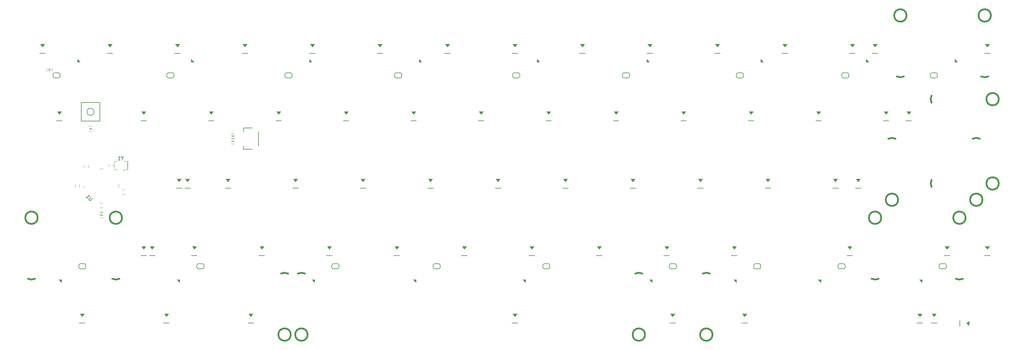
<source format=gbr>
%TF.GenerationSoftware,KiCad,Pcbnew,(5.1.11)-1*%
%TF.CreationDate,2022-08-27T18:46:52+07:00*%
%TF.ProjectId,Eclipse60,45636c69-7073-4653-9630-2e6b69636164,rev?*%
%TF.SameCoordinates,Original*%
%TF.FileFunction,Legend,Bot*%
%TF.FilePolarity,Positive*%
%FSLAX46Y46*%
G04 Gerber Fmt 4.6, Leading zero omitted, Abs format (unit mm)*
G04 Created by KiCad (PCBNEW (5.1.11)-1) date 2022-08-27 18:46:52*
%MOMM*%
%LPD*%
G01*
G04 APERTURE LIST*
%ADD10C,0.150000*%
%ADD11C,0.100000*%
%ADD12C,0.500000*%
%ADD13C,0.120000*%
G04 APERTURE END LIST*
D10*
%TO.C,D16*%
X218275000Y-118000000D02*
X219875000Y-118000000D01*
D11*
G36*
X219075000Y-116200000D02*
G01*
X219675000Y-115400000D01*
X218475000Y-115400000D01*
X219075000Y-116200000D01*
G37*
X219075000Y-116200000D02*
X219675000Y-115400000D01*
X218475000Y-115400000D01*
X219075000Y-116200000D01*
D12*
%TO.C,MX84*%
X311153750Y-54768750D02*
G75*
G03*
X311153750Y-54768750I-1750000J0D01*
G01*
X311153750Y-78581250D02*
G75*
G03*
X311153750Y-78581250I-1750000J0D01*
G01*
X292163225Y-53769801D02*
G75*
G03*
X292163750Y-55768750I2000525J-998949D01*
G01*
X292163225Y-77582301D02*
G75*
G03*
X292163750Y-79581250I2000525J-998949D01*
G01*
%TO.C,MX45*%
X282737500Y-83185000D02*
G75*
G03*
X282737500Y-83185000I-1750000J0D01*
G01*
X306550000Y-83185000D02*
G75*
G03*
X306550000Y-83185000I-1750000J0D01*
G01*
X281986449Y-65944475D02*
G75*
G03*
X279987500Y-65945000I-998949J-2000525D01*
G01*
X305798949Y-65944475D02*
G75*
G03*
X303800000Y-65945000I-998949J-2000525D01*
G01*
%TO.C,MX79*%
X116050000Y-121285000D02*
G75*
G03*
X116050000Y-121285000I-1750000J0D01*
G01*
X230350000Y-121285000D02*
G75*
G03*
X230350000Y-121285000I-1750000J0D01*
G01*
X229598949Y-104044475D02*
G75*
G03*
X227600000Y-104045000I-998949J-2000525D01*
G01*
X115298949Y-104044475D02*
G75*
G03*
X113300000Y-104045000I-998949J-2000525D01*
G01*
D11*
%TO.C,R5*%
X43325000Y-46284375D02*
X42925000Y-46184375D01*
X42925000Y-46384375D02*
X43325000Y-46284375D01*
X43325000Y-46484375D02*
X42925000Y-46384375D01*
X42925000Y-46584375D02*
X43325000Y-46484375D01*
X42925000Y-46784375D02*
X43325000Y-46684375D01*
X43325000Y-46684375D02*
X42925000Y-46584375D01*
X42925000Y-46184375D02*
X43325000Y-46084375D01*
D13*
X42425000Y-46859375D02*
X42425000Y-46009375D01*
X43825000Y-46859375D02*
X43825000Y-46009375D01*
D11*
%TO.C,D72*%
G36*
X301975000Y-118100000D02*
G01*
X302775000Y-118700000D01*
X302775000Y-117500000D01*
X301975000Y-118100000D01*
G37*
X301975000Y-118100000D02*
X302775000Y-118700000D01*
X302775000Y-117500000D01*
X301975000Y-118100000D01*
D10*
X300175000Y-117300000D02*
X300175000Y-118900000D01*
D11*
%TO.C,D70*%
G36*
X292893750Y-116200000D02*
G01*
X293493750Y-115400000D01*
X292293750Y-115400000D01*
X292893750Y-116200000D01*
G37*
X292893750Y-116200000D02*
X293493750Y-115400000D01*
X292293750Y-115400000D01*
X292893750Y-116200000D01*
D10*
X292093750Y-118000000D02*
X293693750Y-118000000D01*
D11*
%TO.C,D69*%
G36*
X174549000Y-116200000D02*
G01*
X175149000Y-115400000D01*
X173949000Y-115400000D01*
X174549000Y-116200000D01*
G37*
X174549000Y-116200000D02*
X175149000Y-115400000D01*
X173949000Y-115400000D01*
X174549000Y-116200000D01*
D10*
X173749000Y-118000000D02*
X175349000Y-118000000D01*
D11*
%TO.C,D68*%
G36*
X239395000Y-116200000D02*
G01*
X239995000Y-115400000D01*
X238795000Y-115400000D01*
X239395000Y-116200000D01*
G37*
X239395000Y-116200000D02*
X239995000Y-115400000D01*
X238795000Y-115400000D01*
X239395000Y-116200000D01*
D10*
X238595000Y-118000000D02*
X240195000Y-118000000D01*
D11*
%TO.C,D67*%
G36*
X100012500Y-116200000D02*
G01*
X100612500Y-115400000D01*
X99412500Y-115400000D01*
X100012500Y-116200000D01*
G37*
X100012500Y-116200000D02*
X100612500Y-115400000D01*
X99412500Y-115400000D01*
X100012500Y-116200000D01*
D10*
X99212500Y-118000000D02*
X100812500Y-118000000D01*
D11*
%TO.C,D66*%
G36*
X76200000Y-116200000D02*
G01*
X76800000Y-115400000D01*
X75600000Y-115400000D01*
X76200000Y-116200000D01*
G37*
X76200000Y-116200000D02*
X76800000Y-115400000D01*
X75600000Y-115400000D01*
X76200000Y-116200000D01*
D10*
X75400000Y-118000000D02*
X77000000Y-118000000D01*
D11*
%TO.C,D65*%
G36*
X52387500Y-116200000D02*
G01*
X52987500Y-115400000D01*
X51787500Y-115400000D01*
X52387500Y-116200000D01*
G37*
X52387500Y-116200000D02*
X52987500Y-115400000D01*
X51787500Y-115400000D01*
X52387500Y-116200000D01*
D10*
X51587500Y-118000000D02*
X53187500Y-118000000D01*
D11*
%TO.C,D63*%
G36*
X307899000Y-97150000D02*
G01*
X308499000Y-96350000D01*
X307299000Y-96350000D01*
X307899000Y-97150000D01*
G37*
X307899000Y-97150000D02*
X308499000Y-96350000D01*
X307299000Y-96350000D01*
X307899000Y-97150000D01*
D10*
X307099000Y-98950000D02*
X308699000Y-98950000D01*
D11*
%TO.C,D30*%
G36*
X285750000Y-59050000D02*
G01*
X286350000Y-58250000D01*
X285150000Y-58250000D01*
X285750000Y-59050000D01*
G37*
X285750000Y-59050000D02*
X286350000Y-58250000D01*
X285150000Y-58250000D01*
X285750000Y-59050000D01*
D10*
X284950000Y-60850000D02*
X286550000Y-60850000D01*
%TO.C,SW1*%
X52168750Y-60940625D02*
X57368750Y-60940625D01*
X57368750Y-60940625D02*
X57368750Y-55740625D01*
X57368750Y-55740625D02*
X52168750Y-55740625D01*
X52168750Y-55740625D02*
X52168750Y-60940625D01*
X55768750Y-58340625D02*
G75*
G03*
X55768750Y-58340625I-1000000J0D01*
G01*
D13*
%TO.C,R4*%
X54343750Y-63803125D02*
X55193750Y-63803125D01*
X54343750Y-62403125D02*
X55193750Y-62403125D01*
D11*
X55018750Y-62903125D02*
X55118750Y-63303125D01*
X54518750Y-63303125D02*
X54618750Y-62903125D01*
X54418750Y-62903125D02*
X54518750Y-63303125D01*
X54618750Y-62903125D02*
X54718750Y-63303125D01*
X54718750Y-63303125D02*
X54818750Y-62903125D01*
X54818750Y-62903125D02*
X54918750Y-63303125D01*
X54918750Y-63303125D02*
X55018750Y-62903125D01*
D10*
%TO.C,RGB18*%
X294843750Y-102734375D02*
X295843750Y-102734375D01*
X296343750Y-102234375D02*
X296343750Y-101734375D01*
X295843750Y-101234375D02*
X294843750Y-101234375D01*
X294343750Y-101734375D02*
X294343750Y-102234375D01*
D11*
G36*
X288693750Y-105784375D02*
G01*
X289493750Y-105784375D01*
X289493750Y-106584375D01*
X288693750Y-105784375D01*
G37*
X288693750Y-105784375D02*
X289493750Y-105784375D01*
X289493750Y-106584375D01*
X288693750Y-105784375D01*
D10*
X295843750Y-102734375D02*
G75*
G03*
X296343750Y-102234375I0J500000D01*
G01*
X294343750Y-102234375D02*
G75*
G03*
X294843750Y-102734375I500000J0D01*
G01*
X294843750Y-101234375D02*
G75*
G03*
X294343750Y-101734375I0J-500000D01*
G01*
X296343750Y-101734375D02*
G75*
G03*
X295843750Y-101234375I-500000J0D01*
G01*
%TO.C,RGB17*%
X266268750Y-102734375D02*
X267268750Y-102734375D01*
X267768750Y-102234375D02*
X267768750Y-101734375D01*
X267268750Y-101234375D02*
X266268750Y-101234375D01*
X265768750Y-101734375D02*
X265768750Y-102234375D01*
D11*
G36*
X260118750Y-105784375D02*
G01*
X260918750Y-105784375D01*
X260918750Y-106584375D01*
X260118750Y-105784375D01*
G37*
X260118750Y-105784375D02*
X260918750Y-105784375D01*
X260918750Y-106584375D01*
X260118750Y-105784375D01*
D10*
X267268750Y-102734375D02*
G75*
G03*
X267768750Y-102234375I0J500000D01*
G01*
X265768750Y-102234375D02*
G75*
G03*
X266268750Y-102734375I500000J0D01*
G01*
X266268750Y-101234375D02*
G75*
G03*
X265768750Y-101734375I0J-500000D01*
G01*
X267768750Y-101734375D02*
G75*
G03*
X267268750Y-101234375I-500000J0D01*
G01*
%TO.C,RGB16*%
X242456250Y-102734375D02*
X243456250Y-102734375D01*
X243956250Y-102234375D02*
X243956250Y-101734375D01*
X243456250Y-101234375D02*
X242456250Y-101234375D01*
X241956250Y-101734375D02*
X241956250Y-102234375D01*
D11*
G36*
X236306250Y-105784375D02*
G01*
X237106250Y-105784375D01*
X237106250Y-106584375D01*
X236306250Y-105784375D01*
G37*
X236306250Y-105784375D02*
X237106250Y-105784375D01*
X237106250Y-106584375D01*
X236306250Y-105784375D01*
D10*
X243456250Y-102734375D02*
G75*
G03*
X243956250Y-102234375I0J500000D01*
G01*
X241956250Y-102234375D02*
G75*
G03*
X242456250Y-102734375I500000J0D01*
G01*
X242456250Y-101234375D02*
G75*
G03*
X241956250Y-101734375I0J-500000D01*
G01*
X243956250Y-101734375D02*
G75*
G03*
X243456250Y-101234375I-500000J0D01*
G01*
%TO.C,RGB15*%
X218643750Y-102734375D02*
X219643750Y-102734375D01*
X220143750Y-102234375D02*
X220143750Y-101734375D01*
X219643750Y-101234375D02*
X218643750Y-101234375D01*
X218143750Y-101734375D02*
X218143750Y-102234375D01*
D11*
G36*
X212493750Y-105784375D02*
G01*
X213293750Y-105784375D01*
X213293750Y-106584375D01*
X212493750Y-105784375D01*
G37*
X212493750Y-105784375D02*
X213293750Y-105784375D01*
X213293750Y-106584375D01*
X212493750Y-105784375D01*
D10*
X219643750Y-102734375D02*
G75*
G03*
X220143750Y-102234375I0J500000D01*
G01*
X218143750Y-102234375D02*
G75*
G03*
X218643750Y-102734375I500000J0D01*
G01*
X218643750Y-101234375D02*
G75*
G03*
X218143750Y-101734375I0J-500000D01*
G01*
X220143750Y-101734375D02*
G75*
G03*
X219643750Y-101234375I-500000J0D01*
G01*
%TO.C,RGB14*%
X182925000Y-102734375D02*
X183925000Y-102734375D01*
X184425000Y-102234375D02*
X184425000Y-101734375D01*
X183925000Y-101234375D02*
X182925000Y-101234375D01*
X182425000Y-101734375D02*
X182425000Y-102234375D01*
D11*
G36*
X176775000Y-105784375D02*
G01*
X177575000Y-105784375D01*
X177575000Y-106584375D01*
X176775000Y-105784375D01*
G37*
X176775000Y-105784375D02*
X177575000Y-105784375D01*
X177575000Y-106584375D01*
X176775000Y-105784375D01*
D10*
X183925000Y-102734375D02*
G75*
G03*
X184425000Y-102234375I0J500000D01*
G01*
X182425000Y-102234375D02*
G75*
G03*
X182925000Y-102734375I500000J0D01*
G01*
X182925000Y-101234375D02*
G75*
G03*
X182425000Y-101734375I0J-500000D01*
G01*
X184425000Y-101734375D02*
G75*
G03*
X183925000Y-101234375I-500000J0D01*
G01*
%TO.C,RGB13*%
X151968750Y-102734375D02*
X152968750Y-102734375D01*
X153468750Y-102234375D02*
X153468750Y-101734375D01*
X152968750Y-101234375D02*
X151968750Y-101234375D01*
X151468750Y-101734375D02*
X151468750Y-102234375D01*
D11*
G36*
X145818750Y-105784375D02*
G01*
X146618750Y-105784375D01*
X146618750Y-106584375D01*
X145818750Y-105784375D01*
G37*
X145818750Y-105784375D02*
X146618750Y-105784375D01*
X146618750Y-106584375D01*
X145818750Y-105784375D01*
D10*
X152968750Y-102734375D02*
G75*
G03*
X153468750Y-102234375I0J500000D01*
G01*
X151468750Y-102234375D02*
G75*
G03*
X151968750Y-102734375I500000J0D01*
G01*
X151968750Y-101234375D02*
G75*
G03*
X151468750Y-101734375I0J-500000D01*
G01*
X153468750Y-101734375D02*
G75*
G03*
X152968750Y-101234375I-500000J0D01*
G01*
%TO.C,RGB12*%
X123393750Y-102734375D02*
X124393750Y-102734375D01*
X124893750Y-102234375D02*
X124893750Y-101734375D01*
X124393750Y-101234375D02*
X123393750Y-101234375D01*
X122893750Y-101734375D02*
X122893750Y-102234375D01*
D11*
G36*
X117243750Y-105784375D02*
G01*
X118043750Y-105784375D01*
X118043750Y-106584375D01*
X117243750Y-105784375D01*
G37*
X117243750Y-105784375D02*
X118043750Y-105784375D01*
X118043750Y-106584375D01*
X117243750Y-105784375D01*
D10*
X124393750Y-102734375D02*
G75*
G03*
X124893750Y-102234375I0J500000D01*
G01*
X122893750Y-102234375D02*
G75*
G03*
X123393750Y-102734375I500000J0D01*
G01*
X123393750Y-101234375D02*
G75*
G03*
X122893750Y-101734375I0J-500000D01*
G01*
X124893750Y-101734375D02*
G75*
G03*
X124393750Y-101234375I-500000J0D01*
G01*
%TO.C,RGB11*%
X85293750Y-102734375D02*
X86293750Y-102734375D01*
X86793750Y-102234375D02*
X86793750Y-101734375D01*
X86293750Y-101234375D02*
X85293750Y-101234375D01*
X84793750Y-101734375D02*
X84793750Y-102234375D01*
D11*
G36*
X79143750Y-105784375D02*
G01*
X79943750Y-105784375D01*
X79943750Y-106584375D01*
X79143750Y-105784375D01*
G37*
X79143750Y-105784375D02*
X79943750Y-105784375D01*
X79943750Y-106584375D01*
X79143750Y-105784375D01*
D10*
X86293750Y-102734375D02*
G75*
G03*
X86793750Y-102234375I0J500000D01*
G01*
X84793750Y-102234375D02*
G75*
G03*
X85293750Y-102734375I500000J0D01*
G01*
X85293750Y-101234375D02*
G75*
G03*
X84793750Y-101734375I0J-500000D01*
G01*
X86793750Y-101734375D02*
G75*
G03*
X86293750Y-101234375I-500000J0D01*
G01*
%TO.C,RGB10*%
X51956250Y-102734375D02*
X52956250Y-102734375D01*
X53456250Y-102234375D02*
X53456250Y-101734375D01*
X52956250Y-101234375D02*
X51956250Y-101234375D01*
X51456250Y-101734375D02*
X51456250Y-102234375D01*
D11*
G36*
X45806250Y-105784375D02*
G01*
X46606250Y-105784375D01*
X46606250Y-106584375D01*
X45806250Y-105784375D01*
G37*
X45806250Y-105784375D02*
X46606250Y-105784375D01*
X46606250Y-106584375D01*
X45806250Y-105784375D01*
D10*
X52956250Y-102734375D02*
G75*
G03*
X53456250Y-102234375I0J500000D01*
G01*
X51456250Y-102234375D02*
G75*
G03*
X51956250Y-102734375I500000J0D01*
G01*
X51956250Y-101234375D02*
G75*
G03*
X51456250Y-101734375I0J-500000D01*
G01*
X53456250Y-101734375D02*
G75*
G03*
X52956250Y-101234375I-500000J0D01*
G01*
D12*
%TO.C,MX76*%
X301787500Y-88265000D02*
G75*
G03*
X301787500Y-88265000I-1750000J0D01*
G01*
X277975000Y-88265000D02*
G75*
G03*
X277975000Y-88265000I-1750000J0D01*
G01*
X275226051Y-105505525D02*
G75*
G03*
X277225000Y-105505000I998949J2000525D01*
G01*
X299038551Y-105505525D02*
G75*
G03*
X301037500Y-105505000I998949J2000525D01*
G01*
%TO.C,MX46*%
X285118750Y-31115000D02*
G75*
G03*
X285118750Y-31115000I-1750000J0D01*
G01*
X308931250Y-31115000D02*
G75*
G03*
X308931250Y-31115000I-1750000J0D01*
G01*
X306182301Y-48355525D02*
G75*
G03*
X308181250Y-48355000I998949J2000525D01*
G01*
X282369801Y-48355525D02*
G75*
G03*
X284368750Y-48355000I998949J2000525D01*
G01*
D10*
%TO.C,RGB9*%
X293325000Y-47284375D02*
X292325000Y-47284375D01*
X291825000Y-47784375D02*
X291825000Y-48284375D01*
X292325000Y-48784375D02*
X293325000Y-48784375D01*
X293825000Y-48284375D02*
X293825000Y-47784375D01*
D11*
G36*
X299475000Y-44234375D02*
G01*
X298675000Y-44234375D01*
X298675000Y-43434375D01*
X299475000Y-44234375D01*
G37*
X299475000Y-44234375D02*
X298675000Y-44234375D01*
X298675000Y-43434375D01*
X299475000Y-44234375D01*
D10*
X291825000Y-48284375D02*
G75*
G03*
X292325000Y-48784375I500000J0D01*
G01*
X293325000Y-48784375D02*
G75*
G03*
X293825000Y-48284375I0J500000D01*
G01*
X293825000Y-47784375D02*
G75*
G03*
X293325000Y-47284375I-500000J0D01*
G01*
X292325000Y-47284375D02*
G75*
G03*
X291825000Y-47784375I0J-500000D01*
G01*
%TO.C,RGB8*%
X268321875Y-47284375D02*
X267321875Y-47284375D01*
X266821875Y-47784375D02*
X266821875Y-48284375D01*
X267321875Y-48784375D02*
X268321875Y-48784375D01*
X268821875Y-48284375D02*
X268821875Y-47784375D01*
D11*
G36*
X274471875Y-44234375D02*
G01*
X273671875Y-44234375D01*
X273671875Y-43434375D01*
X274471875Y-44234375D01*
G37*
X274471875Y-44234375D02*
X273671875Y-44234375D01*
X273671875Y-43434375D01*
X274471875Y-44234375D01*
D10*
X266821875Y-48284375D02*
G75*
G03*
X267321875Y-48784375I500000J0D01*
G01*
X268321875Y-48784375D02*
G75*
G03*
X268821875Y-48284375I0J500000D01*
G01*
X268821875Y-47784375D02*
G75*
G03*
X268321875Y-47284375I-500000J0D01*
G01*
X267321875Y-47284375D02*
G75*
G03*
X266821875Y-47784375I0J-500000D01*
G01*
%TO.C,RGB7*%
X238556250Y-47284375D02*
X237556250Y-47284375D01*
X237056250Y-47784375D02*
X237056250Y-48284375D01*
X237556250Y-48784375D02*
X238556250Y-48784375D01*
X239056250Y-48284375D02*
X239056250Y-47784375D01*
D11*
G36*
X244706250Y-44234375D02*
G01*
X243906250Y-44234375D01*
X243906250Y-43434375D01*
X244706250Y-44234375D01*
G37*
X244706250Y-44234375D02*
X243906250Y-44234375D01*
X243906250Y-43434375D01*
X244706250Y-44234375D01*
D10*
X237056250Y-48284375D02*
G75*
G03*
X237556250Y-48784375I500000J0D01*
G01*
X238556250Y-48784375D02*
G75*
G03*
X239056250Y-48284375I0J500000D01*
G01*
X239056250Y-47784375D02*
G75*
G03*
X238556250Y-47284375I-500000J0D01*
G01*
X237556250Y-47284375D02*
G75*
G03*
X237056250Y-47784375I0J-500000D01*
G01*
%TO.C,RGB6*%
X206409375Y-47284375D02*
X205409375Y-47284375D01*
X204909375Y-47784375D02*
X204909375Y-48284375D01*
X205409375Y-48784375D02*
X206409375Y-48784375D01*
X206909375Y-48284375D02*
X206909375Y-47784375D01*
D11*
G36*
X212559375Y-44234375D02*
G01*
X211759375Y-44234375D01*
X211759375Y-43434375D01*
X212559375Y-44234375D01*
G37*
X212559375Y-44234375D02*
X211759375Y-44234375D01*
X211759375Y-43434375D01*
X212559375Y-44234375D01*
D10*
X204909375Y-48284375D02*
G75*
G03*
X205409375Y-48784375I500000J0D01*
G01*
X206409375Y-48784375D02*
G75*
G03*
X206909375Y-48284375I0J500000D01*
G01*
X206909375Y-47784375D02*
G75*
G03*
X206409375Y-47284375I-500000J0D01*
G01*
X205409375Y-47284375D02*
G75*
G03*
X204909375Y-47784375I0J-500000D01*
G01*
%TO.C,RGB5*%
X175453125Y-47284375D02*
X174453125Y-47284375D01*
X173953125Y-47784375D02*
X173953125Y-48284375D01*
X174453125Y-48784375D02*
X175453125Y-48784375D01*
X175953125Y-48284375D02*
X175953125Y-47784375D01*
D11*
G36*
X181603125Y-44234375D02*
G01*
X180803125Y-44234375D01*
X180803125Y-43434375D01*
X181603125Y-44234375D01*
G37*
X181603125Y-44234375D02*
X180803125Y-44234375D01*
X180803125Y-43434375D01*
X181603125Y-44234375D01*
D10*
X173953125Y-48284375D02*
G75*
G03*
X174453125Y-48784375I500000J0D01*
G01*
X175453125Y-48784375D02*
G75*
G03*
X175953125Y-48284375I0J500000D01*
G01*
X175953125Y-47784375D02*
G75*
G03*
X175453125Y-47284375I-500000J0D01*
G01*
X174453125Y-47284375D02*
G75*
G03*
X173953125Y-47784375I0J-500000D01*
G01*
%TO.C,RGB4*%
X142115625Y-47284375D02*
X141115625Y-47284375D01*
X140615625Y-47784375D02*
X140615625Y-48284375D01*
X141115625Y-48784375D02*
X142115625Y-48784375D01*
X142615625Y-48284375D02*
X142615625Y-47784375D01*
D11*
G36*
X148265625Y-44234375D02*
G01*
X147465625Y-44234375D01*
X147465625Y-43434375D01*
X148265625Y-44234375D01*
G37*
X148265625Y-44234375D02*
X147465625Y-44234375D01*
X147465625Y-43434375D01*
X148265625Y-44234375D01*
D10*
X140615625Y-48284375D02*
G75*
G03*
X141115625Y-48784375I500000J0D01*
G01*
X142115625Y-48784375D02*
G75*
G03*
X142615625Y-48284375I0J500000D01*
G01*
X142615625Y-47784375D02*
G75*
G03*
X142115625Y-47284375I-500000J0D01*
G01*
X141115625Y-47284375D02*
G75*
G03*
X140615625Y-47784375I0J-500000D01*
G01*
%TO.C,RGB3*%
X111159375Y-47284375D02*
X110159375Y-47284375D01*
X109659375Y-47784375D02*
X109659375Y-48284375D01*
X110159375Y-48784375D02*
X111159375Y-48784375D01*
X111659375Y-48284375D02*
X111659375Y-47784375D01*
D11*
G36*
X117309375Y-44234375D02*
G01*
X116509375Y-44234375D01*
X116509375Y-43434375D01*
X117309375Y-44234375D01*
G37*
X117309375Y-44234375D02*
X116509375Y-44234375D01*
X116509375Y-43434375D01*
X117309375Y-44234375D01*
D10*
X109659375Y-48284375D02*
G75*
G03*
X110159375Y-48784375I500000J0D01*
G01*
X111159375Y-48784375D02*
G75*
G03*
X111659375Y-48284375I0J500000D01*
G01*
X111659375Y-47784375D02*
G75*
G03*
X111159375Y-47284375I-500000J0D01*
G01*
X110159375Y-47284375D02*
G75*
G03*
X109659375Y-47784375I0J-500000D01*
G01*
%TO.C,RGB2*%
X77821875Y-47284375D02*
X76821875Y-47284375D01*
X76321875Y-47784375D02*
X76321875Y-48284375D01*
X76821875Y-48784375D02*
X77821875Y-48784375D01*
X78321875Y-48284375D02*
X78321875Y-47784375D01*
D11*
G36*
X83971875Y-44234375D02*
G01*
X83171875Y-44234375D01*
X83171875Y-43434375D01*
X83971875Y-44234375D01*
G37*
X83971875Y-44234375D02*
X83171875Y-44234375D01*
X83171875Y-43434375D01*
X83971875Y-44234375D01*
D10*
X76321875Y-48284375D02*
G75*
G03*
X76821875Y-48784375I500000J0D01*
G01*
X77821875Y-48784375D02*
G75*
G03*
X78321875Y-48284375I0J500000D01*
G01*
X78321875Y-47784375D02*
G75*
G03*
X77821875Y-47284375I-500000J0D01*
G01*
X76821875Y-47284375D02*
G75*
G03*
X76321875Y-47784375I0J-500000D01*
G01*
%TO.C,RGB1*%
X45675000Y-47284375D02*
X44675000Y-47284375D01*
X44175000Y-47784375D02*
X44175000Y-48284375D01*
X44675000Y-48784375D02*
X45675000Y-48784375D01*
X46175000Y-48284375D02*
X46175000Y-47784375D01*
D11*
G36*
X51825000Y-44234375D02*
G01*
X51025000Y-44234375D01*
X51025000Y-43434375D01*
X51825000Y-44234375D01*
G37*
X51825000Y-44234375D02*
X51025000Y-44234375D01*
X51025000Y-43434375D01*
X51825000Y-44234375D01*
D10*
X44175000Y-48284375D02*
G75*
G03*
X44675000Y-48784375I500000J0D01*
G01*
X45675000Y-48784375D02*
G75*
G03*
X46175000Y-48284375I0J500000D01*
G01*
X46175000Y-47784375D02*
G75*
G03*
X45675000Y-47284375I-500000J0D01*
G01*
X44675000Y-47284375D02*
G75*
G03*
X44175000Y-47784375I0J-500000D01*
G01*
D13*
%TO.C,U1*%
X53207341Y-79743902D02*
X52694689Y-79231250D01*
X62905311Y-79231250D02*
X62392659Y-79743902D01*
X62392659Y-78718598D02*
X62905311Y-79231250D01*
X57800000Y-74125939D02*
X57287348Y-74638591D01*
X58312652Y-74638591D02*
X57800000Y-74125939D01*
X57800000Y-84336561D02*
X58312652Y-83823909D01*
X57287348Y-83823909D02*
X57800000Y-84336561D01*
D10*
%TO.C,J1*%
X97993750Y-62925000D02*
X97993750Y-63925000D01*
X100393750Y-62925000D02*
X97993750Y-62925000D01*
X102193750Y-67925000D02*
X102193750Y-63925000D01*
X97993750Y-68925000D02*
X100393750Y-68925000D01*
X97993750Y-67925000D02*
X97993750Y-68925000D01*
D13*
%TO.C,R3*%
X95318750Y-64475000D02*
X94468750Y-64475000D01*
X95318750Y-65875000D02*
X94468750Y-65875000D01*
D11*
X94643750Y-65375000D02*
X94543750Y-64975000D01*
X95143750Y-64975000D02*
X95043750Y-65375000D01*
X95243750Y-65375000D02*
X95143750Y-64975000D01*
X95043750Y-65375000D02*
X94943750Y-64975000D01*
X94943750Y-64975000D02*
X94843750Y-65375000D01*
X94843750Y-65375000D02*
X94743750Y-64975000D01*
X94743750Y-64975000D02*
X94643750Y-65375000D01*
D13*
%TO.C,R2*%
X94468750Y-67375000D02*
X95318750Y-67375000D01*
X94468750Y-65975000D02*
X95318750Y-65975000D01*
D11*
X95143750Y-66475000D02*
X95243750Y-66875000D01*
X94643750Y-66875000D02*
X94743750Y-66475000D01*
X94543750Y-66475000D02*
X94643750Y-66875000D01*
X94743750Y-66475000D02*
X94843750Y-66875000D01*
X94843750Y-66875000D02*
X94943750Y-66475000D01*
X94943750Y-66475000D02*
X95043750Y-66875000D01*
X95043750Y-66875000D02*
X95143750Y-66475000D01*
D13*
%TO.C,Y1*%
X61500000Y-74681250D02*
X62300000Y-74681250D01*
X61500000Y-72281250D02*
X61500000Y-74281250D01*
X62300000Y-72281250D02*
X61500000Y-72281250D01*
X65100000Y-72281250D02*
X64100000Y-72281250D01*
X65100000Y-74281250D02*
X65100000Y-72281250D01*
X64100000Y-74681250D02*
X65100000Y-74681250D01*
X64100000Y-74681250D02*
X64100000Y-75081250D01*
X65300000Y-72281250D02*
X65300000Y-74281250D01*
X61500000Y-74281250D02*
X61500000Y-74681250D01*
X65100000Y-74281250D02*
X65100000Y-74681250D01*
X65300000Y-74281250D02*
X65300000Y-74681250D01*
%TO.C,R1*%
X57375000Y-88181250D02*
X58225000Y-88181250D01*
X57375000Y-86781250D02*
X58225000Y-86781250D01*
D11*
X58050000Y-87281250D02*
X58150000Y-87681250D01*
X57550000Y-87681250D02*
X57650000Y-87281250D01*
X57450000Y-87281250D02*
X57550000Y-87681250D01*
X57650000Y-87281250D02*
X57750000Y-87681250D01*
X57750000Y-87681250D02*
X57850000Y-87281250D01*
X57850000Y-87281250D02*
X57950000Y-87681250D01*
X57950000Y-87681250D02*
X58050000Y-87281250D01*
D13*
%TO.C,C5*%
X61150000Y-73861580D02*
X61150000Y-73161580D01*
X59950000Y-73161580D02*
X59950000Y-73861580D01*
%TO.C,C4*%
X57450000Y-86581250D02*
X58150000Y-86581250D01*
X58150000Y-85381250D02*
X57450000Y-85381250D01*
%TO.C,C3*%
X63700000Y-81581250D02*
X64400000Y-81581250D01*
X64400000Y-80381250D02*
X63700000Y-80381250D01*
%TO.C,C2*%
X50450000Y-78881250D02*
X50450000Y-79581250D01*
X51650000Y-79581250D02*
X51650000Y-78881250D01*
%TO.C,C1*%
X54150000Y-74081250D02*
X54150000Y-73381250D01*
X52950000Y-73381250D02*
X52950000Y-74081250D01*
D12*
%TO.C,MX31*%
X39850000Y-88265000D02*
G75*
G03*
X39850000Y-88265000I-1750000J0D01*
G01*
X63662500Y-88265000D02*
G75*
G03*
X63662500Y-88265000I-1750000J0D01*
G01*
X60913551Y-105505525D02*
G75*
G03*
X62912500Y-105505000I998949J2000525D01*
G01*
X37101051Y-105505525D02*
G75*
G03*
X39100000Y-105505000I998949J2000525D01*
G01*
D10*
%TO.C,D71*%
X288049000Y-118000000D02*
X289649000Y-118000000D01*
D11*
G36*
X288849000Y-116200000D02*
G01*
X289449000Y-115400000D01*
X288249000Y-115400000D01*
X288849000Y-116200000D01*
G37*
X288849000Y-116200000D02*
X289449000Y-115400000D01*
X288249000Y-115400000D01*
X288849000Y-116200000D01*
D12*
%TO.C,MX70*%
X211293650Y-121285000D02*
G75*
G03*
X211293650Y-121285000I-1750000J0D01*
G01*
X111293850Y-121285000D02*
G75*
G03*
X111293850Y-121285000I-1750000J0D01*
G01*
X210542599Y-104044475D02*
G75*
G03*
X208543650Y-104045000I-998949J-2000525D01*
G01*
X110542799Y-104044475D02*
G75*
G03*
X108543850Y-104045000I-998949J-2000525D01*
G01*
D10*
%TO.C,D62*%
X295745000Y-98950000D02*
X297345000Y-98950000D01*
D11*
G36*
X296545000Y-97150000D02*
G01*
X297145000Y-96350000D01*
X295945000Y-96350000D01*
X296545000Y-97150000D01*
G37*
X296545000Y-97150000D02*
X297145000Y-96350000D01*
X295945000Y-96350000D01*
X296545000Y-97150000D01*
D10*
%TO.C,D60*%
X268281250Y-98950000D02*
X269881250Y-98950000D01*
D11*
G36*
X269081250Y-97150000D02*
G01*
X269681250Y-96350000D01*
X268481250Y-96350000D01*
X269081250Y-97150000D01*
G37*
X269081250Y-97150000D02*
X269681250Y-96350000D01*
X268481250Y-96350000D01*
X269081250Y-97150000D01*
D10*
%TO.C,D59*%
X235661500Y-98950000D02*
X237261500Y-98950000D01*
D11*
G36*
X236461500Y-97150000D02*
G01*
X237061500Y-96350000D01*
X235861500Y-96350000D01*
X236461500Y-97150000D01*
G37*
X236461500Y-97150000D02*
X237061500Y-96350000D01*
X235861500Y-96350000D01*
X236461500Y-97150000D01*
D10*
%TO.C,D58*%
X216611500Y-98950000D02*
X218211500Y-98950000D01*
D11*
G36*
X217411500Y-97150000D02*
G01*
X218011500Y-96350000D01*
X216811500Y-96350000D01*
X217411500Y-97150000D01*
G37*
X217411500Y-97150000D02*
X218011500Y-96350000D01*
X216811500Y-96350000D01*
X217411500Y-97150000D01*
D10*
%TO.C,D57*%
X197561500Y-98950000D02*
X199161500Y-98950000D01*
D11*
G36*
X198361500Y-97150000D02*
G01*
X198961500Y-96350000D01*
X197761500Y-96350000D01*
X198361500Y-97150000D01*
G37*
X198361500Y-97150000D02*
X198961500Y-96350000D01*
X197761500Y-96350000D01*
X198361500Y-97150000D01*
D10*
%TO.C,D56*%
X178511500Y-98950000D02*
X180111500Y-98950000D01*
D11*
G36*
X179311500Y-97150000D02*
G01*
X179911500Y-96350000D01*
X178711500Y-96350000D01*
X179311500Y-97150000D01*
G37*
X179311500Y-97150000D02*
X179911500Y-96350000D01*
X178711500Y-96350000D01*
X179311500Y-97150000D01*
D10*
%TO.C,D55*%
X159461500Y-98950000D02*
X161061500Y-98950000D01*
D11*
G36*
X160261500Y-97150000D02*
G01*
X160861500Y-96350000D01*
X159661500Y-96350000D01*
X160261500Y-97150000D01*
G37*
X160261500Y-97150000D02*
X160861500Y-96350000D01*
X159661500Y-96350000D01*
X160261500Y-97150000D01*
D10*
%TO.C,D54*%
X140411500Y-98950000D02*
X142011500Y-98950000D01*
D11*
G36*
X141211500Y-97150000D02*
G01*
X141811500Y-96350000D01*
X140611500Y-96350000D01*
X141211500Y-97150000D01*
G37*
X141211500Y-97150000D02*
X141811500Y-96350000D01*
X140611500Y-96350000D01*
X141211500Y-97150000D01*
D10*
%TO.C,D53*%
X121361500Y-98950000D02*
X122961500Y-98950000D01*
D11*
G36*
X122161500Y-97150000D02*
G01*
X122761500Y-96350000D01*
X121561500Y-96350000D01*
X122161500Y-97150000D01*
G37*
X122161500Y-97150000D02*
X122761500Y-96350000D01*
X121561500Y-96350000D01*
X122161500Y-97150000D01*
D10*
%TO.C,D52*%
X102311500Y-98950000D02*
X103911500Y-98950000D01*
D11*
G36*
X103111500Y-97150000D02*
G01*
X103711500Y-96350000D01*
X102511500Y-96350000D01*
X103111500Y-97150000D01*
G37*
X103111500Y-97150000D02*
X103711500Y-96350000D01*
X102511500Y-96350000D01*
X103111500Y-97150000D01*
D10*
%TO.C,D51*%
X83261500Y-98950000D02*
X84861500Y-98950000D01*
D11*
G36*
X84061500Y-97150000D02*
G01*
X84661500Y-96350000D01*
X83461500Y-96350000D01*
X84061500Y-97150000D01*
G37*
X84061500Y-97150000D02*
X84661500Y-96350000D01*
X83461500Y-96350000D01*
X84061500Y-97150000D01*
D10*
%TO.C,D50*%
X71355250Y-98950000D02*
X72955250Y-98950000D01*
D11*
G36*
X72155250Y-97150000D02*
G01*
X72755250Y-96350000D01*
X71555250Y-96350000D01*
X72155250Y-97150000D01*
G37*
X72155250Y-97150000D02*
X72755250Y-96350000D01*
X71555250Y-96350000D01*
X72155250Y-97150000D01*
D10*
%TO.C,D49*%
X68974000Y-98950000D02*
X70574000Y-98950000D01*
D11*
G36*
X69774000Y-97150000D02*
G01*
X70374000Y-96350000D01*
X69174000Y-96350000D01*
X69774000Y-97150000D01*
G37*
X69774000Y-97150000D02*
X70374000Y-96350000D01*
X69174000Y-96350000D01*
X69774000Y-97150000D01*
D10*
%TO.C,D45*%
X270662500Y-79900000D02*
X272262500Y-79900000D01*
D11*
G36*
X271462500Y-78100000D02*
G01*
X272062500Y-77300000D01*
X270862500Y-77300000D01*
X271462500Y-78100000D01*
G37*
X271462500Y-78100000D02*
X272062500Y-77300000D01*
X270862500Y-77300000D01*
X271462500Y-78100000D01*
D10*
%TO.C,D44*%
X264236500Y-79900000D02*
X265836500Y-79900000D01*
D11*
G36*
X265036500Y-78100000D02*
G01*
X265636500Y-77300000D01*
X264436500Y-77300000D01*
X265036500Y-78100000D01*
G37*
X265036500Y-78100000D02*
X265636500Y-77300000D01*
X264436500Y-77300000D01*
X265036500Y-78100000D01*
D10*
%TO.C,D43*%
X245186500Y-79900000D02*
X246786500Y-79900000D01*
D11*
G36*
X245986500Y-78100000D02*
G01*
X246586500Y-77300000D01*
X245386500Y-77300000D01*
X245986500Y-78100000D01*
G37*
X245986500Y-78100000D02*
X246586500Y-77300000D01*
X245386500Y-77300000D01*
X245986500Y-78100000D01*
D10*
%TO.C,D42*%
X226136500Y-79900000D02*
X227736500Y-79900000D01*
D11*
G36*
X226936500Y-78100000D02*
G01*
X227536500Y-77300000D01*
X226336500Y-77300000D01*
X226936500Y-78100000D01*
G37*
X226936500Y-78100000D02*
X227536500Y-77300000D01*
X226336500Y-77300000D01*
X226936500Y-78100000D01*
D10*
%TO.C,D41*%
X207086500Y-79900000D02*
X208686500Y-79900000D01*
D11*
G36*
X207886500Y-78100000D02*
G01*
X208486500Y-77300000D01*
X207286500Y-77300000D01*
X207886500Y-78100000D01*
G37*
X207886500Y-78100000D02*
X208486500Y-77300000D01*
X207286500Y-77300000D01*
X207886500Y-78100000D01*
D10*
%TO.C,D40*%
X188036500Y-79900000D02*
X189636500Y-79900000D01*
D11*
G36*
X188836500Y-78100000D02*
G01*
X189436500Y-77300000D01*
X188236500Y-77300000D01*
X188836500Y-78100000D01*
G37*
X188836500Y-78100000D02*
X189436500Y-77300000D01*
X188236500Y-77300000D01*
X188836500Y-78100000D01*
D10*
%TO.C,D39*%
X168986500Y-79900000D02*
X170586500Y-79900000D01*
D11*
G36*
X169786500Y-78100000D02*
G01*
X170386500Y-77300000D01*
X169186500Y-77300000D01*
X169786500Y-78100000D01*
G37*
X169786500Y-78100000D02*
X170386500Y-77300000D01*
X169186500Y-77300000D01*
X169786500Y-78100000D01*
D10*
%TO.C,D38*%
X149936500Y-79900000D02*
X151536500Y-79900000D01*
D11*
G36*
X150736500Y-78100000D02*
G01*
X151336500Y-77300000D01*
X150136500Y-77300000D01*
X150736500Y-78100000D01*
G37*
X150736500Y-78100000D02*
X151336500Y-77300000D01*
X150136500Y-77300000D01*
X150736500Y-78100000D01*
D10*
%TO.C,D37*%
X130886500Y-79900000D02*
X132486500Y-79900000D01*
D11*
G36*
X131686500Y-78100000D02*
G01*
X132286500Y-77300000D01*
X131086500Y-77300000D01*
X131686500Y-78100000D01*
G37*
X131686500Y-78100000D02*
X132286500Y-77300000D01*
X131086500Y-77300000D01*
X131686500Y-78100000D01*
D10*
%TO.C,D36*%
X111836500Y-79900000D02*
X113436500Y-79900000D01*
D11*
G36*
X112636500Y-78100000D02*
G01*
X113236500Y-77300000D01*
X112036500Y-77300000D01*
X112636500Y-78100000D01*
G37*
X112636500Y-78100000D02*
X113236500Y-77300000D01*
X112036500Y-77300000D01*
X112636500Y-78100000D01*
D10*
%TO.C,D35*%
X92786500Y-79900000D02*
X94386500Y-79900000D01*
D11*
G36*
X93586500Y-78100000D02*
G01*
X94186500Y-77300000D01*
X92986500Y-77300000D01*
X93586500Y-78100000D01*
G37*
X93586500Y-78100000D02*
X94186500Y-77300000D01*
X92986500Y-77300000D01*
X93586500Y-78100000D01*
D10*
%TO.C,D34*%
X81353125Y-79900000D02*
X82953125Y-79900000D01*
D11*
G36*
X82153125Y-78100000D02*
G01*
X82753125Y-77300000D01*
X81553125Y-77300000D01*
X82153125Y-78100000D01*
G37*
X82153125Y-78100000D02*
X82753125Y-77300000D01*
X81553125Y-77300000D01*
X82153125Y-78100000D01*
D10*
%TO.C,D33*%
X78971875Y-79900000D02*
X80571875Y-79900000D01*
D11*
G36*
X79771875Y-78100000D02*
G01*
X80371875Y-77300000D01*
X79171875Y-77300000D01*
X79771875Y-78100000D01*
G37*
X79771875Y-78100000D02*
X80371875Y-77300000D01*
X79171875Y-77300000D01*
X79771875Y-78100000D01*
D10*
%TO.C,D29*%
X278524000Y-60850000D02*
X280124000Y-60850000D01*
D11*
G36*
X279324000Y-59050000D02*
G01*
X279924000Y-58250000D01*
X278724000Y-58250000D01*
X279324000Y-59050000D01*
G37*
X279324000Y-59050000D02*
X279924000Y-58250000D01*
X278724000Y-58250000D01*
X279324000Y-59050000D01*
D10*
%TO.C,D28*%
X259474000Y-60850000D02*
X261074000Y-60850000D01*
D11*
G36*
X260274000Y-59050000D02*
G01*
X260874000Y-58250000D01*
X259674000Y-58250000D01*
X260274000Y-59050000D01*
G37*
X260274000Y-59050000D02*
X260874000Y-58250000D01*
X259674000Y-58250000D01*
X260274000Y-59050000D01*
D10*
%TO.C,D27*%
X240424000Y-60850000D02*
X242024000Y-60850000D01*
D11*
G36*
X241224000Y-59050000D02*
G01*
X241824000Y-58250000D01*
X240624000Y-58250000D01*
X241224000Y-59050000D01*
G37*
X241224000Y-59050000D02*
X241824000Y-58250000D01*
X240624000Y-58250000D01*
X241224000Y-59050000D01*
D10*
%TO.C,D26*%
X221374000Y-60850000D02*
X222974000Y-60850000D01*
D11*
G36*
X222174000Y-59050000D02*
G01*
X222774000Y-58250000D01*
X221574000Y-58250000D01*
X222174000Y-59050000D01*
G37*
X222174000Y-59050000D02*
X222774000Y-58250000D01*
X221574000Y-58250000D01*
X222174000Y-59050000D01*
D10*
%TO.C,D25*%
X202324000Y-60850000D02*
X203924000Y-60850000D01*
D11*
G36*
X203124000Y-59050000D02*
G01*
X203724000Y-58250000D01*
X202524000Y-58250000D01*
X203124000Y-59050000D01*
G37*
X203124000Y-59050000D02*
X203724000Y-58250000D01*
X202524000Y-58250000D01*
X203124000Y-59050000D01*
D10*
%TO.C,D24*%
X183274000Y-60850000D02*
X184874000Y-60850000D01*
D11*
G36*
X184074000Y-59050000D02*
G01*
X184674000Y-58250000D01*
X183474000Y-58250000D01*
X184074000Y-59050000D01*
G37*
X184074000Y-59050000D02*
X184674000Y-58250000D01*
X183474000Y-58250000D01*
X184074000Y-59050000D01*
D10*
%TO.C,D23*%
X164224000Y-60850000D02*
X165824000Y-60850000D01*
D11*
G36*
X165024000Y-59050000D02*
G01*
X165624000Y-58250000D01*
X164424000Y-58250000D01*
X165024000Y-59050000D01*
G37*
X165024000Y-59050000D02*
X165624000Y-58250000D01*
X164424000Y-58250000D01*
X165024000Y-59050000D01*
D10*
%TO.C,D22*%
X145174000Y-60850000D02*
X146774000Y-60850000D01*
D11*
G36*
X145974000Y-59050000D02*
G01*
X146574000Y-58250000D01*
X145374000Y-58250000D01*
X145974000Y-59050000D01*
G37*
X145974000Y-59050000D02*
X146574000Y-58250000D01*
X145374000Y-58250000D01*
X145974000Y-59050000D01*
D10*
%TO.C,D21*%
X126124000Y-60850000D02*
X127724000Y-60850000D01*
D11*
G36*
X126924000Y-59050000D02*
G01*
X127524000Y-58250000D01*
X126324000Y-58250000D01*
X126924000Y-59050000D01*
G37*
X126924000Y-59050000D02*
X127524000Y-58250000D01*
X126324000Y-58250000D01*
X126924000Y-59050000D01*
D10*
%TO.C,D20*%
X107074000Y-60850000D02*
X108674000Y-60850000D01*
D11*
G36*
X107874000Y-59050000D02*
G01*
X108474000Y-58250000D01*
X107274000Y-58250000D01*
X107874000Y-59050000D01*
G37*
X107874000Y-59050000D02*
X108474000Y-58250000D01*
X107274000Y-58250000D01*
X107874000Y-59050000D01*
D10*
%TO.C,D19*%
X88024000Y-60850000D02*
X89624000Y-60850000D01*
D11*
G36*
X88824000Y-59050000D02*
G01*
X89424000Y-58250000D01*
X88224000Y-58250000D01*
X88824000Y-59050000D01*
G37*
X88824000Y-59050000D02*
X89424000Y-58250000D01*
X88224000Y-58250000D01*
X88824000Y-59050000D01*
D10*
%TO.C,D18*%
X68974000Y-60850000D02*
X70574000Y-60850000D01*
D11*
G36*
X69774000Y-59050000D02*
G01*
X70374000Y-58250000D01*
X69174000Y-58250000D01*
X69774000Y-59050000D01*
G37*
X69774000Y-59050000D02*
X70374000Y-58250000D01*
X69174000Y-58250000D01*
X69774000Y-59050000D01*
D10*
%TO.C,D17*%
X45161500Y-60850000D02*
X46761500Y-60850000D01*
D11*
G36*
X45961500Y-59050000D02*
G01*
X46561500Y-58250000D01*
X45361500Y-58250000D01*
X45961500Y-59050000D01*
G37*
X45961500Y-59050000D02*
X46561500Y-58250000D01*
X45361500Y-58250000D01*
X45961500Y-59050000D01*
D10*
%TO.C,D15*%
X307099000Y-41800000D02*
X308699000Y-41800000D01*
D11*
G36*
X307899000Y-40000000D02*
G01*
X308499000Y-39200000D01*
X307299000Y-39200000D01*
X307899000Y-40000000D01*
G37*
X307899000Y-40000000D02*
X308499000Y-39200000D01*
X307299000Y-39200000D01*
X307899000Y-40000000D01*
D10*
%TO.C,D14*%
X275425000Y-41800000D02*
X277025000Y-41800000D01*
D11*
G36*
X276225000Y-40000000D02*
G01*
X276825000Y-39200000D01*
X275625000Y-39200000D01*
X276225000Y-40000000D01*
G37*
X276225000Y-40000000D02*
X276825000Y-39200000D01*
X275625000Y-39200000D01*
X276225000Y-40000000D01*
D10*
%TO.C,D13*%
X268999000Y-41800000D02*
X270599000Y-41800000D01*
D11*
G36*
X269799000Y-40000000D02*
G01*
X270399000Y-39200000D01*
X269199000Y-39200000D01*
X269799000Y-40000000D01*
G37*
X269799000Y-40000000D02*
X270399000Y-39200000D01*
X269199000Y-39200000D01*
X269799000Y-40000000D01*
D10*
%TO.C,D12*%
X249949000Y-41800000D02*
X251549000Y-41800000D01*
D11*
G36*
X250749000Y-40000000D02*
G01*
X251349000Y-39200000D01*
X250149000Y-39200000D01*
X250749000Y-40000000D01*
G37*
X250749000Y-40000000D02*
X251349000Y-39200000D01*
X250149000Y-39200000D01*
X250749000Y-40000000D01*
D10*
%TO.C,D11*%
X230899000Y-41800000D02*
X232499000Y-41800000D01*
D11*
G36*
X231699000Y-40000000D02*
G01*
X232299000Y-39200000D01*
X231099000Y-39200000D01*
X231699000Y-40000000D01*
G37*
X231699000Y-40000000D02*
X232299000Y-39200000D01*
X231099000Y-39200000D01*
X231699000Y-40000000D01*
D10*
%TO.C,D10*%
X211849000Y-41800000D02*
X213449000Y-41800000D01*
D11*
G36*
X212649000Y-40000000D02*
G01*
X213249000Y-39200000D01*
X212049000Y-39200000D01*
X212649000Y-40000000D01*
G37*
X212649000Y-40000000D02*
X213249000Y-39200000D01*
X212049000Y-39200000D01*
X212649000Y-40000000D01*
D10*
%TO.C,D9*%
X192799000Y-41800000D02*
X194399000Y-41800000D01*
D11*
G36*
X193599000Y-40000000D02*
G01*
X194199000Y-39200000D01*
X192999000Y-39200000D01*
X193599000Y-40000000D01*
G37*
X193599000Y-40000000D02*
X194199000Y-39200000D01*
X192999000Y-39200000D01*
X193599000Y-40000000D01*
D10*
%TO.C,D8*%
X173749000Y-41800000D02*
X175349000Y-41800000D01*
D11*
G36*
X174549000Y-40000000D02*
G01*
X175149000Y-39200000D01*
X173949000Y-39200000D01*
X174549000Y-40000000D01*
G37*
X174549000Y-40000000D02*
X175149000Y-39200000D01*
X173949000Y-39200000D01*
X174549000Y-40000000D01*
D10*
%TO.C,D7*%
X154699000Y-41800000D02*
X156299000Y-41800000D01*
D11*
G36*
X155499000Y-40000000D02*
G01*
X156099000Y-39200000D01*
X154899000Y-39200000D01*
X155499000Y-40000000D01*
G37*
X155499000Y-40000000D02*
X156099000Y-39200000D01*
X154899000Y-39200000D01*
X155499000Y-40000000D01*
D10*
%TO.C,D6*%
X135649000Y-41800000D02*
X137249000Y-41800000D01*
D11*
G36*
X136449000Y-40000000D02*
G01*
X137049000Y-39200000D01*
X135849000Y-39200000D01*
X136449000Y-40000000D01*
G37*
X136449000Y-40000000D02*
X137049000Y-39200000D01*
X135849000Y-39200000D01*
X136449000Y-40000000D01*
D10*
%TO.C,D5*%
X116599000Y-41800000D02*
X118199000Y-41800000D01*
D11*
G36*
X117399000Y-40000000D02*
G01*
X117999000Y-39200000D01*
X116799000Y-39200000D01*
X117399000Y-40000000D01*
G37*
X117399000Y-40000000D02*
X117999000Y-39200000D01*
X116799000Y-39200000D01*
X117399000Y-40000000D01*
D10*
%TO.C,D4*%
X97549000Y-41800000D02*
X99149000Y-41800000D01*
D11*
G36*
X98349000Y-40000000D02*
G01*
X98949000Y-39200000D01*
X97749000Y-39200000D01*
X98349000Y-40000000D01*
G37*
X98349000Y-40000000D02*
X98949000Y-39200000D01*
X97749000Y-39200000D01*
X98349000Y-40000000D01*
D10*
%TO.C,D3*%
X78499000Y-41800000D02*
X80099000Y-41800000D01*
D11*
G36*
X79299000Y-40000000D02*
G01*
X79899000Y-39200000D01*
X78699000Y-39200000D01*
X79299000Y-40000000D01*
G37*
X79299000Y-40000000D02*
X79899000Y-39200000D01*
X78699000Y-39200000D01*
X79299000Y-40000000D01*
D10*
%TO.C,D2*%
X59449000Y-41800000D02*
X61049000Y-41800000D01*
D11*
G36*
X60249000Y-40000000D02*
G01*
X60849000Y-39200000D01*
X59649000Y-39200000D01*
X60249000Y-40000000D01*
G37*
X60249000Y-40000000D02*
X60849000Y-39200000D01*
X59649000Y-39200000D01*
X60249000Y-40000000D01*
D10*
%TO.C,D1*%
X40399000Y-41800000D02*
X41999000Y-41800000D01*
D11*
G36*
X41199000Y-40000000D02*
G01*
X41799000Y-39200000D01*
X40599000Y-39200000D01*
X41199000Y-40000000D01*
G37*
X41199000Y-40000000D02*
X41799000Y-39200000D01*
X40599000Y-39200000D01*
X41199000Y-40000000D01*
%TO.C,U1*%
D10*
X55317718Y-82791027D02*
X54745298Y-83363447D01*
X54644283Y-83397119D01*
X54576939Y-83397119D01*
X54475924Y-83363447D01*
X54341237Y-83228760D01*
X54307565Y-83127745D01*
X54307565Y-83060401D01*
X54341237Y-82959386D01*
X54913657Y-82386966D01*
X53499443Y-82386966D02*
X53903504Y-82791027D01*
X53701474Y-82588997D02*
X54408580Y-81881890D01*
X54374909Y-82050249D01*
X54374909Y-82184936D01*
X54408580Y-82285951D01*
%TO.C,Y1*%
X63776190Y-71457440D02*
X63776190Y-71933630D01*
X64109523Y-70933630D02*
X63776190Y-71457440D01*
X63442857Y-70933630D01*
X62585714Y-71933630D02*
X63157142Y-71933630D01*
X62871428Y-71933630D02*
X62871428Y-70933630D01*
X62966666Y-71076488D01*
X63061904Y-71171726D01*
X63157142Y-71219345D01*
%TD*%
M02*

</source>
